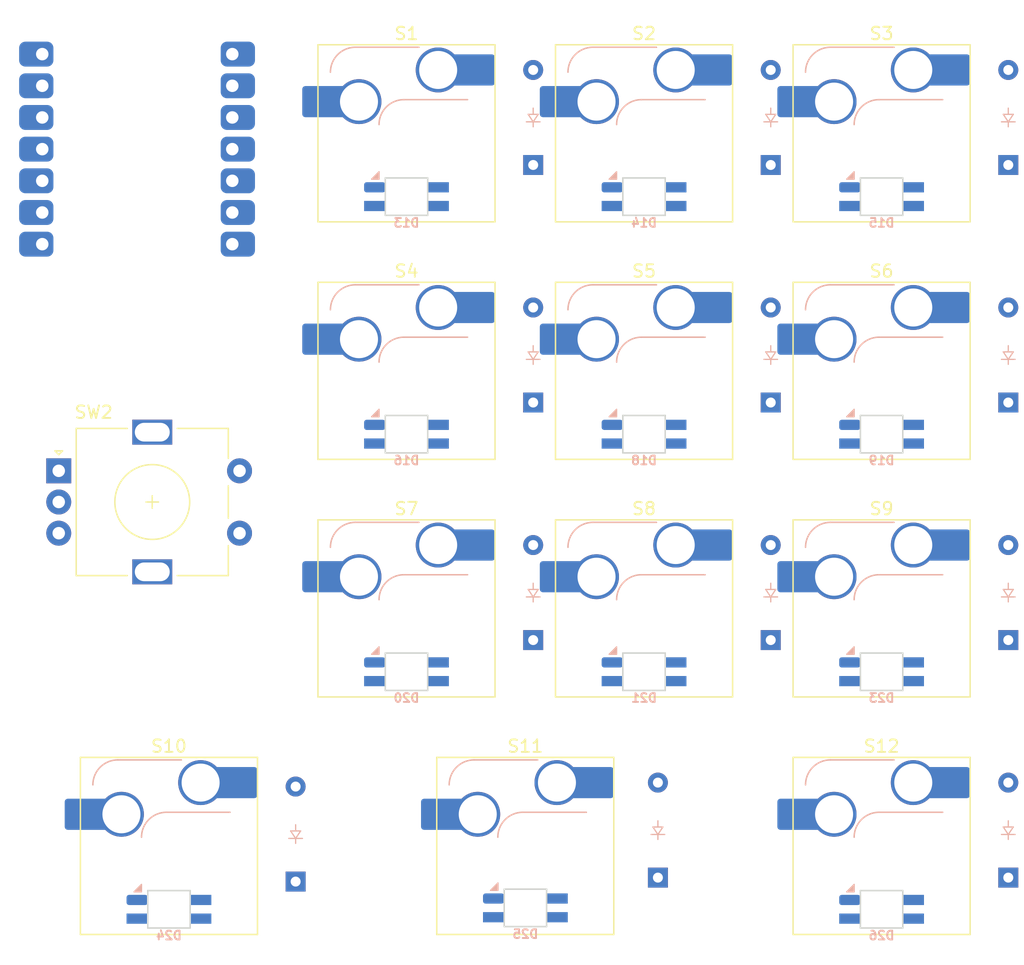
<source format=kicad_pcb>
(kicad_pcb (version 20240108) (generator "pcbnew") (generator_version "8.0")
  (layers (0 "F.Cu" signal) (31 "B.Cu" signal) (34 "B.Paste" user) (35 "F.Paste" user) (36 "B.SilkS" user "B.Silkscreen") (37 "F.SilkS" user "F.Silkscreen") (38 "B.Mask" user) (39 "F.Mask" user) (44 "Edge.Cuts" user))
  (net 0 "")
  (net 1 "Net-(D1-A)")
  (net 2 "Row 0")
  (net 3 "Net-(D2-A)")
  (net 4 "Net-(D3-A)")
  (net 5 "Net-(D4-A)")
  (net 6 "Row 1")
  (net 7 "Net-(D5-A)")
  (net 8 "Net-(D6-A)")
  (net 9 "Row 2")
  (net 10 "Net-(D7-A)")
  (net 11 "Net-(D8-A)")
  (net 12 "Net-(D9-A)")
  (net 13 "Col 0")
  (net 14 "Col 1")
  (net 15 "Row 3")
  (net 16 "Col 2")
  (net 18 "Net-(D10-A)")
  (net 19 "Net-(D11-A)")
  (net 20 "Net-(D12-A)")
  (net 22 "EC11A")
  (net 23 "EC11B")
  (net 24 "EC11SW")
  (net 25 "RGB")
  (net 26 "GND")
  (net 27 "+5V")
  (net 28 "Net-(D13-DOUT)")
  (net 29 "Net-(D14-DOUT)")
  (net 30 "Net-(D15-DOUT)")
  (net 31 "Net-(D16-DOUT)")
  (net 32 "Net-(D18-DOUT)")
  (net 33 "Net-(D19-DOUT)")
  (net 34 "Net-(D20-DOUT)")
  (net 35 "Net-(D21-DOUT)")
  (net 36 "Net-(D23-DOUT)")
  (net 37 "Net-(D24-DOUT)")
  (net 38 "Net-(D25-DOUT)")
  (footprint "ScottoKeebs_Hotswap:Hotswap_MX_Plated_1.00u" (layer "F.Cu") (at 179.9525 86.02625)
    (property "Reference" "S9" (at 0 -8 0) (layer "F.SilkS"))
    (property "Value" "Keyswitch")
    (pad "" np_thru_hole circle (at -5.08 0) (size 1.75 1.75) (drill 1.75) (layers "F&B.Cu" "*.Mask") (clearance 0.1))
    (pad "" np_thru_hole circle (at 0 0) (size 4 4) (drill 4) (layers "*.Cu" "*.Mask"))
    (pad "" np_thru_hole circle (at 5.08 0) (size 1.75 1.75) (drill 1.75) (layers "*.Cu" "*.Mask"))
    (pad "1" smd roundrect (at -6.585 -2.54) (size 3.55 2.5) (layers "B.Cu") (roundrect_rratio 0.1) (net 16 "Col 2"))
    (pad "1" thru_hole circle (at -3.81 -2.54) (size 3.6 3.6) (drill 3.05) (layers "*.Cu" "*.Mask") (net 16 "Col 2"))
    (pad "2" thru_hole circle (at 2.54 -5.08) (size 3.6 3.6) (drill 3.05) (layers "*.Cu" "*.Mask") (net 12 "Net-(D9-A)"))
    (pad "2" smd roundrect (at 5.32 -5.08) (size 3.55 2.5) (layers "B.Cu") (roundrect_rratio 0.1) (net 12 "Net-(D9-A)"))
  )
  (footprint "ScottoKeebs_Components:LED_SK6812MINI" (layer "F.Cu") (at 160.9025 91.10625)
    (property "Reference" "D21" (at 0 2.1 0) (layer "B.SilkS") (effects (font (size 0.7 0.7)) (justify mirror)))
    (property "Value" "LED_WS2812B" (hide yes))
    (fp_line (start -1.7 -1.5) (end -1.7 1.5) (stroke (width 0.12)) (layer "Edge.Cuts"))
    (fp_line (start -1.7 1.5) (end 1.7 1.5) (stroke (width 0.12)) (layer "Edge.Cuts"))
    (fp_line (start 1.7 -1.5) (end -1.7 -1.5) (stroke (width 0.12)) (layer "Edge.Cuts"))
    (fp_line (start 1.7 1.5) (end 1.7 -1.5) (stroke (width 0.12)) (layer "Edge.Cuts"))
    (pad "1" smd rect (at 2.55 0.75) (size 1.7 0.82) (layers "B.Cu" "B.Paste" "B.Mask") (net 27 "+5V"))
    (pad "2" smd rect (at 2.55 -0.75) (size 1.7 0.82) (layers "B.Cu" "B.Paste" "B.Mask") (net 35 "Net-(D21-DOUT)"))
    (pad "3" smd roundrect (at -2.55 -0.75) (size 1.7 0.82) (layers "B.Cu" "B.Paste" "B.Mask") (net 26 "GND"))
    (pad "4" smd rect (at -2.55 0.75) (size 1.7 0.82) (layers "B.Cu" "B.Paste" "B.Mask") (net 34 "Net-(D20-DOUT)"))
  )
  (footprint "Rotary_Encoder:RotaryEncoder_Alps_EC11E-Switch_Vertical_H20mm" (layer "F.Cu") (at 113.965 74.99375)
    (property "Reference" "SW2" (at 2.8 -4.7 0) (layer "F.SilkS"))
    (property "Value" "RotaryEncoder_Switch")
    (pad "A" thru_hole rect (at 0 0) (size 2 2) (drill 1) (layers "*.Cu" "*.Mask") (net 22 "EC11A"))
    (pad "B" thru_hole circle (at 0 5) (size 2 2) (drill 1) (layers "*.Cu" "*.Mask") (net 23 "EC11B"))
    (pad "C" thru_hole circle (at 0 2.5) (size 2 2) (drill 1) (layers "*.Cu" "*.Mask") (net 26 "GND"))
    (pad "MP" thru_hole rect (at 7.5 -3.1) (size 3.2 2) (drill oval 2.8 1.5) (layers "*.Cu" "*.Mask"))
    (pad "MP" thru_hole rect (at 7.5 8.1) (size 3.2 2) (drill oval 2.8 1.5) (layers "*.Cu" "*.Mask"))
    (pad "S1" thru_hole circle (at 14.5 5) (size 2 2) (drill 1) (layers "*.Cu" "*.Mask") (net 26 "GND"))
    (pad "S2" thru_hole circle (at 14.5 0) (size 2 2) (drill 1) (layers "*.Cu" "*.Mask") (net 24 "EC11SW"))
  )
  (footprint "ScottoKeebs_Components:LED_SK6812MINI" (layer "F.Cu") (at 141.8525 72.05625)
    (property "Reference" "D16" (at 0 2.1 0) (layer "B.SilkS") (effects (font (size 0.7 0.7)) (justify mirror)))
    (property "Value" "LED_WS2812B" (hide yes))
    (fp_line (start -1.7 -1.5) (end -1.7 1.5) (stroke (width 0.12)) (layer "Edge.Cuts"))
    (fp_line (start -1.7 1.5) (end 1.7 1.5) (stroke (width 0.12)) (layer "Edge.Cuts"))
    (fp_line (start 1.7 -1.5) (end -1.7 -1.5) (stroke (width 0.12)) (layer "Edge.Cuts"))
    (fp_line (start 1.7 1.5) (end 1.7 -1.5) (stroke (width 0.12)) (layer "Edge.Cuts"))
    (pad "1" smd rect (at 2.55 0.75) (size 1.7 0.82) (layers "B.Cu" "B.Paste" "B.Mask") (net 27 "+5V"))
    (pad "2" smd rect (at 2.55 -0.75) (size 1.7 0.82) (layers "B.Cu" "B.Paste" "B.Mask") (net 31 "Net-(D16-DOUT)"))
    (pad "3" smd roundrect (at -2.55 -0.75) (size 1.7 0.82) (layers "B.Cu" "B.Paste" "B.Mask") (net 26 "GND"))
    (pad "4" smd rect (at -2.55 0.75) (size 1.7 0.82) (layers "B.Cu" "B.Paste" "B.Mask") (net 30 "Net-(D15-DOUT)"))
  )
  (footprint "ScottoKeebs_Hotswap:Hotswap_MX_Plated_1.00u" (layer "F.Cu") (at 160.9025 47.92625)
    (property "Reference" "S2" (at 0 -8 0) (layer "F.SilkS"))
    (property "Value" "Keyswitch")
    (pad "" np_thru_hole circle (at -5.08 0) (size 1.75 1.75) (drill 1.75) (layers "F&B.Cu" "*.Mask") (clearance 0.1))
    (pad "" np_thru_hole circle (at 0 0) (size 4 4) (drill 4) (layers "*.Cu" "*.Mask"))
    (pad "" np_thru_hole circle (at 5.08 0) (size 1.75 1.75) (drill 1.75) (layers "*.Cu" "*.Mask"))
    (pad "1" smd roundrect (at -6.585 -2.54) (size 3.55 2.5) (layers "B.Cu") (roundrect_rratio 0.1) (net 14 "Col 1"))
    (pad "1" thru_hole circle (at -3.81 -2.54) (size 3.6 3.6) (drill 3.05) (layers "*.Cu" "*.Mask") (net 14 "Col 1"))
    (pad "2" thru_hole circle (at 2.54 -5.08) (size 3.6 3.6) (drill 3.05) (layers "*.Cu" "*.Mask") (net 3 "Net-(D2-A)"))
    (pad "2" smd roundrect (at 5.32 -5.08) (size 3.55 2.5) (layers "B.Cu") (roundrect_rratio 0.1) (net 3 "Net-(D2-A)"))
  )
  (footprint "ScottoKeebs_Components:LED_SK6812MINI" (layer "F.Cu") (at 160.9025 53.00625)
    (property "Reference" "D14" (at 0 2.1 0) (layer "B.SilkS") (effects (font (size 0.7 0.7)) (justify mirror)))
    (property "Value" "LED_WS2812B" (hide yes))
    (fp_line (start -1.7 -1.5) (end -1.7 1.5) (stroke (width 0.12)) (layer "Edge.Cuts"))
    (fp_line (start -1.7 1.5) (end 1.7 1.5) (stroke (width 0.12)) (layer "Edge.Cuts"))
    (fp_line (start 1.7 -1.5) (end -1.7 -1.5) (stroke (width 0.12)) (layer "Edge.Cuts"))
    (fp_line (start 1.7 1.5) (end 1.7 -1.5) (stroke (width 0.12)) (layer "Edge.Cuts"))
    (pad "1" smd rect (at 2.55 0.75) (size 1.7 0.82) (layers "B.Cu" "B.Paste" "B.Mask") (net 27 "+5V"))
    (pad "2" smd rect (at 2.55 -0.75) (size 1.7 0.82) (layers "B.Cu" "B.Paste" "B.Mask") (net 29 "Net-(D14-DOUT)"))
    (pad "3" smd roundrect (at -2.55 -0.75) (size 1.7 0.82) (layers "B.Cu" "B.Paste" "B.Mask") (net 26 "GND"))
    (pad "4" smd rect (at -2.55 0.75) (size 1.7 0.82) (layers "B.Cu" "B.Paste" "B.Mask") (net 28 "Net-(D13-DOUT)"))
  )
  (footprint "ScottoKeebs_Components:LED_SK6812MINI" (layer "F.Cu") (at 179.9525 72.05625)
    (property "Reference" "D19" (at 0 2.1 0) (layer "B.SilkS") (effects (font (size 0.7 0.7)) (justify mirror)))
    (property "Value" "LED_WS2812B" (hide yes))
    (fp_line (start -1.7 -1.5) (end -1.7 1.5) (stroke (width 0.12)) (layer "Edge.Cuts"))
    (fp_line (start -1.7 1.5) (end 1.7 1.5) (stroke (width 0.12)) (layer "Edge.Cuts"))
    (fp_line (start 1.7 -1.5) (end -1.7 -1.5) (stroke (width 0.12)) (layer "Edge.Cuts"))
    (fp_line (start 1.7 1.5) (end 1.7 -1.5) (stroke (width 0.12)) (layer "Edge.Cuts"))
    (pad "1" smd rect (at 2.55 0.75) (size 1.7 0.82) (layers "B.Cu" "B.Paste" "B.Mask") (net 27 "+5V"))
    (pad "2" smd rect (at 2.55 -0.75) (size 1.7 0.82) (layers "B.Cu" "B.Paste" "B.Mask") (net 33 "Net-(D19-DOUT)"))
    (pad "3" smd roundrect (at -2.55 -0.75) (size 1.7 0.82) (layers "B.Cu" "B.Paste" "B.Mask") (net 26 "GND"))
    (pad "4" smd rect (at -2.55 0.75) (size 1.7 0.82) (layers "B.Cu" "B.Paste" "B.Mask") (net 32 "Net-(D18-DOUT)"))
  )
  (footprint "ScottoKeebs_Hotswap:Hotswap_MX_Plated_1.00u" (layer "F.Cu") (at 141.8525 66.97625)
    (property "Reference" "S4" (at 0 -8 0) (layer "F.SilkS"))
    (property "Value" "Keyswitch")
    (pad "" np_thru_hole circle (at -5.08 0) (size 1.75 1.75) (drill 1.75) (layers "F&B.Cu" "*.Mask") (clearance 0.1))
    (pad "" np_thru_hole circle (at 0 0) (size 4 4) (drill 4) (layers "*.Cu" "*.Mask"))
    (pad "" np_thru_hole circle (at 5.08 0) (size 1.75 1.75) (drill 1.75) (layers "*.Cu" "*.Mask"))
    (pad "1" smd roundrect (at -6.585 -2.54) (size 3.55 2.5) (layers "B.Cu") (roundrect_rratio 0.1) (net 13 "Col 0"))
    (pad "1" thru_hole circle (at -3.81 -2.54) (size 3.6 3.6) (drill 3.05) (layers "*.Cu" "*.Mask") (net 13 "Col 0"))
    (pad "2" thru_hole circle (at 2.54 -5.08) (size 3.6 3.6) (drill 3.05) (layers "*.Cu" "*.Mask") (net 5 "Net-(D4-A)"))
    (pad "2" smd roundrect (at 5.32 -5.08) (size 3.55 2.5) (layers "B.Cu") (roundrect_rratio 0.1) (net 5 "Net-(D4-A)"))
  )
  (footprint "ScottoKeebs_Components:LED_SK6812MINI" (layer "F.Cu") (at 179.9525 110.15625)
    (property "Reference" "D26" (at 0 2.1 0) (layer "B.SilkS") (effects (font (size 0.7 0.7)) (justify mirror)))
    (property "Value" "LED_WS2812B" (hide yes))
    (fp_line (start -1.7 -1.5) (end -1.7 1.5) (stroke (width 0.12)) (layer "Edge.Cuts"))
    (fp_line (start -1.7 1.5) (end 1.7 1.5) (stroke (width 0.12)) (layer "Edge.Cuts"))
    (fp_line (start 1.7 -1.5) (end -1.7 -1.5) (stroke (width 0.12)) (layer "Edge.Cuts"))
    (fp_line (start 1.7 1.5) (end 1.7 -1.5) (stroke (width 0.12)) (layer "Edge.Cuts"))
    (pad "1" smd rect (at 2.55 0.75) (size 1.7 0.82) (layers "B.Cu" "B.Paste" "B.Mask") (net 27 "+5V"))
    (pad "2" smd rect (at 2.55 -0.75) (size 1.7 0.82) (layers "B.Cu" "B.Paste" "B.Mask"))
    (pad "3" smd roundrect (at -2.55 -0.75) (size 1.7 0.82) (layers "B.Cu" "B.Paste" "B.Mask") (net 26 "GND"))
    (pad "4" smd rect (at -2.55 0.75) (size 1.7 0.82) (layers "B.Cu" "B.Paste" "B.Mask") (net 38 "Net-(D25-DOUT)"))
  )
  (footprint "ScottoKeebs_Components:LED_SK6812MINI" (layer "F.Cu") (at 179.9525 53.00625)
    (property "Reference" "D15" (at 0 2.1 0) (layer "B.SilkS") (effects (font (size 0.7 0.7)) (justify mirror)))
    (property "Value" "LED_WS2812B" (hide yes))
    (fp_line (start -1.7 -1.5) (end -1.7 1.5) (stroke (width 0.12)) (layer "Edge.Cuts"))
    (fp_line (start -1.7 1.5) (end 1.7 1.5) (stroke (width 0.12)) (layer "Edge.Cuts"))
    (fp_line (start 1.7 -1.5) (end -1.7 -1.5) (stroke (width 0.12)) (layer "Edge.Cuts"))
    (fp_line (start 1.7 1.5) (end 1.7 -1.5) (stroke (width 0.12)) (layer "Edge.Cuts"))
    (pad "1" smd rect (at 2.55 0.75) (size 1.7 0.82) (layers "B.Cu" "B.Paste" "B.Mask") (net 27 "+5V"))
    (pad "2" smd rect (at 2.55 -0.75) (size 1.7 0.82) (layers "B.Cu" "B.Paste" "B.Mask") (net 30 "Net-(D15-DOUT)"))
    (pad "3" smd roundrect (at -2.55 -0.75) (size 1.7 0.82) (layers "B.Cu" "B.Paste" "B.Mask") (net 26 "GND"))
    (pad "4" smd rect (at -2.55 0.75) (size 1.7 0.82) (layers "B.Cu" "B.Paste" "B.Mask") (net 29 "Net-(D14-DOUT)"))
  )
  (footprint "ScottoKeebs_Hotswap:Hotswap_MX_Plated_2.00u" (layer "F.Cu") (at 151.3775 105.07625)
    (property "Reference" "S11" (at 0 -8 0) (layer "F.SilkS"))
    (property "Value" "Keyswitch")
    (pad "" np_thru_hole circle (at -5.08 0) (size 1.75 1.75) (drill 1.75) (layers "F&B.Cu" "*.Mask") (clearance 0.1))
    (pad "" np_thru_hole circle (at 0 0) (size 4 4) (drill 4) (layers "*.Cu" "*.Mask"))
    (pad "" np_thru_hole circle (at 5.08 0) (size 1.75 1.75) (drill 1.75) (layers "*.Cu" "*.Mask"))
    (pad "1" smd roundrect (at -6.585 -2.54) (size 3.55 2.5) (layers "B.Cu") (roundrect_rratio 0.1) (net 14 "Col 1"))
    (pad "1" thru_hole circle (at -3.81 -2.54) (size 3.6 3.6) (drill 3.05) (layers "*.Cu" "*.Mask") (net 14 "Col 1"))
    (pad "2" thru_hole circle (at 2.54 -5.08) (size 3.6 3.6) (drill 3.05) (layers "*.Cu" "*.Mask") (net 19 "Net-(D11-A)"))
    (pad "2" smd roundrect (at 5.32 -5.08) (size 3.55 2.5) (layers "B.Cu") (roundrect_rratio 0.1) (net 19 "Net-(D11-A)"))
  )
  (footprint "ScottoKeebs_Hotswap:Hotswap_MX_Plated_1.00u" (layer "F.Cu") (at 141.8525 47.92625)
    (property "Reference" "S1" (at 0 -8 0) (layer "F.SilkS"))
    (property "Value" "Keyswitch")
    (pad "" np_thru_hole circle (at -5.08 0) (size 1.75 1.75) (drill 1.75) (layers "F&B.Cu" "*.Mask") (clearance 0.1))
    (pad "" np_thru_hole circle (at 0 0) (size 4 4) (drill 4) (layers "*.Cu" "*.Mask"))
    (pad "" np_thru_hole circle (at 5.08 0) (size 1.75 1.75) (drill 1.75) (layers "*.Cu" "*.Mask"))
    (pad "1" smd roundrect (at -6.585 -2.54) (size 3.55 2.5) (layers "B.Cu") (roundrect_rratio 0.1) (net 13 "Col 0"))
    (pad "1" thru_hole circle (at -3.81 -2.54) (size 3.6 3.6) (drill 3.05) (layers "*.Cu" "*.Mask") (net 13 "Col 0"))
    (pad "2" thru_hole circle (at 2.54 -5.08) (size 3.6 3.6) (drill 3.05) (layers "*.Cu" "*.Mask") (net 1 "Net-(D1-A)"))
    (pad "2" smd roundrect (at 5.32 -5.08) (size 3.55 2.5) (layers "B.Cu") (roundrect_rratio 0.1) (net 1 "Net-(D1-A)"))
  )
  (footprint "ScottoKeebs_Components:LED_SK6812MINI" (layer "F.Cu") (at 151.3875 110.04125)
    (property "Reference" "D25" (at 0 2.1 0) (layer "B.SilkS") (effects (font (size 0.7 0.7)) (justify mirror)))
    (property "Value" "LED_WS2812B" (hide yes))
    (fp_line (start -1.7 -1.5) (end -1.7 1.5) (stroke (width 0.12)) (layer "Edge.Cuts"))
    (fp_line (start -1.7 1.5) (end 1.7 1.5) (stroke (width 0.12)) (layer "Edge.Cuts"))
    (fp_line (start 1.7 -1.5) (end -1.7 -1.5) (stroke (width 0.12)) (layer "Edge.Cuts"))
    (fp_line (start 1.7 1.5) (end 1.7 -1.5) (stroke (width 0.12)) (layer "Edge.Cuts"))
    (pad "1" smd rect (at 2.55 0.75) (size 1.7 0.82) (layers "B.Cu" "B.Paste" "B.Mask") (net 27 "+5V"))
    (pad "2" smd rect (at 2.55 -0.75) (size 1.7 0.82) (layers "B.Cu" "B.Paste" "B.Mask") (net 38 "Net-(D25-DOUT)"))
    (pad "3" smd roundrect (at -2.55 -0.75) (size 1.7 0.82) (layers "B.Cu" "B.Paste" "B.Mask") (net 26 "GND"))
    (pad "4" smd rect (at -2.55 0.75) (size 1.7 0.82) (layers "B.Cu" "B.Paste" "B.Mask") (net 37 "Net-(D24-DOUT)"))
  )
  (footprint "ScottoKeebs_Components:LED_SK6812MINI" (layer "F.Cu") (at 122.8025 110.15625)
    (property "Reference" "D24" (at 0 2.1 0) (layer "B.SilkS") (effects (font (size 0.7 0.7)) (justify mirror)))
    (property "Value" "LED_WS2812B" (hide yes))
    (fp_line (start -1.7 -1.5) (end -1.7 1.5) (stroke (width 0.12)) (layer "Edge.Cuts"))
    (fp_line (start -1.7 1.5) (end 1.7 1.5) (stroke (width 0.12)) (layer "Edge.Cuts"))
    (fp_line (start 1.7 -1.5) (end -1.7 -1.5) (stroke (width 0.12)) (layer "Edge.Cuts"))
    (fp_line (start 1.7 1.5) (end 1.7 -1.5) (stroke (width 0.12)) (layer "Edge.Cuts"))
    (pad "1" smd rect (at 2.55 0.75) (size 1.7 0.82) (layers "B.Cu" "B.Paste" "B.Mask") (net 27 "+5V"))
    (pad "2" smd rect (at 2.55 -0.75) (size 1.7 0.82) (layers "B.Cu" "B.Paste" "B.Mask") (net 37 "Net-(D24-DOUT)"))
    (pad "3" smd roundrect (at -2.55 -0.75) (size 1.7 0.82) (layers "B.Cu" "B.Paste" "B.Mask") (net 26 "GND"))
    (pad "4" smd rect (at -2.55 0.75) (size 1.7 0.82) (layers "B.Cu" "B.Paste" "B.Mask") (net 36 "Net-(D23-DOUT)"))
  )
  (footprint "ScottoKeebs_Components:LED_SK6812MINI" (layer "F.Cu") (at 179.9525 91.10625)
    (property "Reference" "D23" (at 0 2.1 0) (layer "B.SilkS") (effects (font (size 0.7 0.7)) (justify mirror)))
    (property "Value" "LED_WS2812B" (hide yes))
    (fp_line (start -1.7 -1.5) (end -1.7 1.5) (stroke (width 0.12)) (layer "Edge.Cuts"))
    (fp_line (start -1.7 1.5) (end 1.7 1.5) (stroke (width 0.12)) (layer "Edge.Cuts"))
    (fp_line (start 1.7 -1.5) (end -1.7 -1.5) (stroke (width 0.12)) (layer "Edge.Cuts"))
    (fp_line (start 1.7 1.5) (end 1.7 -1.5) (stroke (width 0.12)) (layer "Edge.Cuts"))
    (pad "1" smd rect (at 2.55 0.75) (size 1.7 0.82) (layers "B.Cu" "B.Paste" "B.Mask") (net 27 "+5V"))
    (pad "2" smd rect (at 2.55 -0.75) (size 1.7 0.82) (layers "B.Cu" "B.Paste" "B.Mask") (net 36 "Net-(D23-DOUT)"))
    (pad "3" smd roundrect (at -2.55 -0.75) (size 1.7 0.82) (layers "B.Cu" "B.Paste" "B.Mask") (net 26 "GND"))
    (pad "4" smd rect (at -2.55 0.75) (size 1.7 0.82) (layers "B.Cu" "B.Paste" "B.Mask") (net 35 "Net-(D21-DOUT)"))
  )
  (footprint "ScottoKeebs_Hotswap:Hotswap_MX_Plated_1.00u" (layer "F.Cu") (at 160.9025 86.02625)
    (property "Reference" "S8" (at 0 -8 0) (layer "F.SilkS"))
    (property "Value" "Keyswitch")
    (pad "" np_thru_hole circle (at -5.08 0) (size 1.75 1.75) (drill 1.75) (layers "F&B.Cu" "*.Mask") (clearance 0.1))
    (pad "" np_thru_hole circle (at 0 0) (size 4 4) (drill 4) (layers "*.Cu" "*.Mask"))
    (pad "" np_thru_hole circle (at 5.08 0) (size 1.75 1.75) (drill 1.75) (layers "*.Cu" "*.Mask"))
    (pad "1" smd roundrect (at -6.585 -2.54) (size 3.55 2.5) (layers "B.Cu") (roundrect_rratio 0.1) (net 14 "Col 1"))
    (pad "1" thru_hole circle (at -3.81 -2.54) (size 3.6 3.6) (drill 3.05) (layers "*.Cu" "*.Mask") (net 14 "Col 1"))
    (pad "2" thru_hole circle (at 2.54 -5.08) (size 3.6 3.6) (drill 3.05) (layers "*.Cu" "*.Mask") (net 11 "Net-(D8-A)"))
    (pad "2" smd roundrect (at 5.32 -5.08) (size 3.55 2.5) (layers "B.Cu") (roundrect_rratio 0.1) (net 11 "Net-(D8-A)"))
  )
  (footprint "ScottoKeebs_Components:LED_SK6812MINI" (layer "F.Cu") (at 141.8525 53.00625)
    (property "Reference" "D13" (at 0 2.1 0) (layer "B.SilkS") (effects (font (size 0.7 0.7)) (justify mirror)))
    (property "Value" "LED_WS2812B" (hide yes))
    (fp_line (start -1.7 -1.5) (end -1.7 1.5) (stroke (width 0.12)) (layer "Edge.Cuts"))
    (fp_line (start -1.7 1.5) (end 1.7 1.5) (stroke (width 0.12)) (layer "Edge.Cuts"))
    (fp_line (start 1.7 -1.5) (end -1.7 -1.5) (stroke (width 0.12)) (layer "Edge.Cuts"))
    (fp_line (start 1.7 1.5) (end 1.7 -1.5) (stroke (width 0.12)) (layer "Edge.Cuts"))
    (pad "1" smd rect (at 2.55 0.75) (size 1.7 0.82) (layers "B.Cu" "B.Paste" "B.Mask") (net 27 "+5V"))
    (pad "2" smd rect (at 2.55 -0.75) (size 1.7 0.82) (layers "B.Cu" "B.Paste" "B.Mask") (net 28 "Net-(D13-DOUT)"))
    (pad "3" smd roundrect (at -2.55 -0.75) (size 1.7 0.82) (layers "B.Cu" "B.Paste" "B.Mask") (net 26 "GND"))
    (pad "4" smd rect (at -2.55 0.75) (size 1.7 0.82) (layers "B.Cu" "B.Paste" "B.Mask") (net 25 "RGB"))
  )
  (footprint "ScottoKeebs_Components:LED_SK6812MINI" (layer "F.Cu") (at 141.8525 91.10625)
    (property "Reference" "D20" (at 0 2.1 0) (layer "B.SilkS") (effects (font (size 0.7 0.7)) (justify mirror)))
    (property "Value" "LED_WS2812B" (hide yes))
    (fp_line (start -1.7 -1.5) (end -1.7 1.5) (stroke (width 0.12)) (layer "Edge.Cuts"))
    (fp_line (start -1.7 1.5) (end 1.7 1.5) (stroke (width 0.12)) (layer "Edge.Cuts"))
    (fp_line (start 1.7 -1.5) (end -1.7 -1.5) (stroke (width 0.12)) (layer "Edge.Cuts"))
    (fp_line (start 1.7 1.5) (end 1.7 -1.5) (stroke (width 0.12)) (layer "Edge.Cuts"))
    (pad "1" smd rect (at 2.55 0.75) (size 1.7 0.82) (layers "B.Cu" "B.Paste" "B.Mask") (net 27 "+5V"))
    (pad "2" smd rect (at 2.55 -0.75) (size 1.7 0.82) (layers "B.Cu" "B.Paste" "B.Mask") (net 34 "Net-(D20-DOUT)"))
    (pad "3" smd roundrect (at -2.55 -0.75) (size 1.7 0.82) (layers "B.Cu" "B.Paste" "B.Mask") (net 26 "GND"))
    (pad "4" smd rect (at -2.55 0.75) (size 1.7 0.82) (layers "B.Cu" "B.Paste" "B.Mask") (net 33 "Net-(D19-DOUT)"))
  )
  (footprint "ScottoKeebs_Hotswap:Hotswap_MX_Plated_1.00u" (layer "F.Cu") (at 160.9025 66.97625)
    (property "Reference" "S5" (at 0 -8 0) (layer "F.SilkS"))
    (property "Value" "Keyswitch")
    (pad "" np_thru_hole circle (at -5.08 0) (size 1.75 1.75) (drill 1.75) (layers "F&B.Cu" "*.Mask") (clearance 0.1))
    (pad "" np_thru_hole circle (at 0 0) (size 4 4) (drill 4) (layers "*.Cu" "*.Mask"))
    (pad "" np_thru_hole circle (at 5.08 0) (size 1.75 1.75) (drill 1.75) (layers "*.Cu" "*.Mask"))
    (pad "1" smd roundrect (at -6.585 -2.54) (size 3.55 2.5) (layers "B.Cu") (roundrect_rratio 0.1) (net 14 "Col 1"))
    (pad "1" thru_hole circle (at -3.81 -2.54) (size 3.6 3.6) (drill 3.05) (layers "*.Cu" "*.Mask") (net 14 "Col 1"))
    (pad "2" thru_hole circle (at 2.54 -5.08) (size 3.6 3.6) (drill 3.05) (layers "*.Cu" "*.Mask") (net 7 "Net-(D5-A)"))
    (pad "2" smd roundrect (at 5.32 -5.08) (size 3.55 2.5) (layers "B.Cu") (roundrect_rratio 0.1) (net 7 "Net-(D5-A)"))
  )
  (footprint "ScottoKeebs_Components:LED_SK6812MINI" (layer "F.Cu") (at 160.9025 72.05625)
    (property "Reference" "D18" (at 0 2.1 0) (layer "B.SilkS") (effects (font (size 0.7 0.7)) (justify mirror)))
    (property "Value" "LED_WS2812B" (hide yes))
    (fp_line (start -1.7 -1.5) (end -1.7 1.5) (stroke (width 0.12)) (layer "Edge.Cuts"))
    (fp_line (start -1.7 1.5) (end 1.7 1.5) (stroke (width 0.12)) (layer "Edge.Cuts"))
    (fp_line (start 1.7 -1.5) (end -1.7 -1.5) (stroke (width 0.12)) (layer "Edge.Cuts"))
    (fp_line (start 1.7 1.5) (end 1.7 -1.5) (stroke (width 0.12)) (layer "Edge.Cuts"))
    (pad "1" smd rect (at 2.55 0.75) (size 1.7 0.82) (layers "B.Cu" "B.Paste" "B.Mask") (net 27 "+5V"))
    (pad "2" smd rect (at 2.55 -0.75) (size 1.7 0.82) (layers "B.Cu" "B.Paste" "B.Mask") (net 32 "Net-(D18-DOUT)"))
    (pad "3" smd roundrect (at -2.55 -0.75) (size 1.7 0.82) (layers "B.Cu" "B.Paste" "B.Mask") (net 26 "GND"))
    (pad "4" smd rect (at -2.55 0.75) (size 1.7 0.82) (layers "B.Cu" "B.Paste" "B.Mask") (net 31 "Net-(D16-DOUT)"))
  )
  (footprint "ScottoKeebs_Hotswap:Hotswap_MX_Plated_1.00u" (layer "F.Cu") (at 179.9525 105.07625)
    (property "Reference" "S12" (at 0 -8 0) (layer "F.SilkS"))
    (property "Value" "Keyswitch")
    (pad "" np_thru_hole circle (at -5.08 0) (size 1.75 1.75) (drill 1.75) (layers "F&B.Cu" "*.Mask") (clearance 0.1))
    (pad "" np_thru_hole circle (at 0 0) (size 4 4) (drill 4) (layers "*.Cu" "*.Mask"))
    (pad "" np_thru_hole circle (at 5.08 0) (size 1.75 1.75) (drill 1.75) (layers "*.Cu" "*.Mask"))
    (pad "1" smd roundrect (at -6.585 -2.54) (size 3.55 2.5) (layers "B.Cu") (roundrect_rratio 0.1) (net 16 "Col 2"))
    (pad "1" thru_hole circle (at -3.81 -2.54) (size 3.6 3.6) (drill 3.05) (layers "*.Cu" "*.Mask") (net 16 "Col 2"))
    (pad "2" thru_hole circle (at 2.54 -5.08) (size 3.6 3.6) (drill 3.05) (layers "*.Cu" "*.Mask") (net 20 "Net-(D12-A)"))
    (pad "2" smd roundrect (at 5.32 -5.08) (size 3.55 2.5) (layers "B.Cu") (roundrect_rratio 0.1) (net 20 "Net-(D12-A)"))
  )
  (footprint "ScottoKeebs_Hotswap:Hotswap_MX_Plated_1.00u" (layer "F.Cu") (at 179.9525 66.97625)
    (property "Reference" "S6" (at 0 -8 0) (layer "F.SilkS"))
    (property "Value" "Keyswitch")
    (pad "" np_thru_hole circle (at -5.08 0) (size 1.75 1.75) (drill 1.75) (layers "F&B.Cu" "*.Mask") (clearance 0.1))
    (pad "" np_thru_hole circle (at 0 0) (size 4 4) (drill 4) (layers "*.Cu" "*.Mask"))
    (pad "" np_thru_hole circle (at 5.08 0) (size 1.75 1.75) (drill 1.75) (layers "*.Cu" "*.Mask"))
    (pad "1" smd roundrect (at -6.585 -2.54) (size 3.55 2.5) (layers "B.Cu") (roundrect_rratio 0.1) (net 16 "Col 2"))
    (pad "1" thru_hole circle (at -3.81 -2.54) (size 3.6 3.6) (drill 3.05) (layers "*.Cu" "*.Mask") (net 16 "Col 2"))
    (pad "2" thru_hole circle (at 2.54 -5.08) (size 3.6 3.6) (drill 3.05) (layers "*.Cu" "*.Mask") (net 8 "Net-(D6-A)"))
    (pad "2" smd roundrect (at 5.32 -5.08) (size 3.55 2.5) (layers "B.Cu") (roundrect_rratio 0.1) (net 8 "Net-(D6-A)"))
  )
  (footprint "ScottoKeebs_Hotswap:Hotswap_MX_Plated_1.00u" (layer "F.Cu") (at 141.8525 86.02625)
    (property "Reference" "S7" (at 0 -8 0) (layer "F.SilkS"))
    (property "Value" "Keyswitch")
    (pad "" np_thru_hole circle (at -5.08 0) (size 1.75 1.75) (drill 1.75) (layers "F&B.Cu" "*.Mask") (clearance 0.1))
    (pad "" np_thru_hole circle (at 0 0) (size 4 4) (drill 4) (layers "*.Cu" "*.Mask"))
    (pad "" np_thru_hole circle (at 5.08 0) (size 1.75 1.75) (drill 1.75) (layers "*.Cu" "*.Mask"))
    (pad "1" smd roundrect (at -6.585 -2.54) (size 3.55 2.5) (layers "B.Cu") (roundrect_rratio 0.1) (net 13 "Col 0"))
    (pad "1" thru_hole circle (at -3.81 -2.54) (size 3.6 3.6) (drill 3.05) (layers "*.Cu" "*.Mask") (net 13 "Col 0"))
    (pad "2" thru_hole circle (at 2.54 -5.08) (size 3.6 3.6) (drill 3.05) (layers "*.Cu" "*.Mask") (net 10 "Net-(D7-A)"))
    (pad "2" smd roundrect (at 5.32 -5.08) (size 3.55 2.5) (layers "B.Cu") (roundrect_rratio 0.1) (net 10 "Net-(D7-A)"))
  )
  (footprint "ScottoKeebs_Hotswap:Hotswap_MX_Plated_1.00u" (layer "F.Cu") (at 122.8025 105.07625)
    (property "Reference" "S10" (at 0 -8 0) (layer "F.SilkS"))
    (property "Value" "Keyswitch")
    (pad "" np_thru_hole circle (at -5.08 0) (size 1.75 1.75) (drill 1.75) (layers "F&B.Cu" "*.Mask") (clearance 0.1))
    (pad "" np_thru_hole circle (at 0 0) (size 4 4) (drill 4) (layers "*.Cu" "*.Mask"))
    (pad "" np_thru_hole circle (at 5.08 0) (size 1.75 1.75) (drill 1.75) (layers "*.Cu" "*.Mask"))
    (pad "1" smd roundrect (at -6.585 -2.54) (size 3.55 2.5) (layers "B.Cu") (roundrect_rratio 0.1) (net 13 "Col 0"))
    (pad "1" thru_hole circle (at -3.81 -2.54) (size 3.6 3.6) (drill 3.05) (layers "*.Cu" "*.Mask") (net 13 "Col 0"))
    (pad "2" thru_hole circle (at 2.54 -5.08) (size 3.6 3.6) (drill 3.05) (layers "*.Cu" "*.Mask") (net 18 "Net-(D10-A)"))
    (pad "2" smd roundrect (at 5.32 -5.08) (size 3.55 2.5) (layers "B.Cu") (roundrect_rratio 0.1) (net 18 "Net-(D10-A)"))
  )
  (footprint "ScottoKeebs_Hotswap:Hotswap_MX_Plated_1.00u" (layer "F.Cu") (at 179.9525 47.92625)
    (property "Reference" "S3" (at 0 -8 0) (layer "F.SilkS"))
    (property "Value" "Keyswitch")
    (pad "" np_thru_hole circle (at -5.08 0) (size 1.75 1.75) (drill 1.75) (layers "F&B.Cu" "*.Mask") (clearance 0.1))
    (pad "" np_thru_hole circle (at 0 0) (size 4 4) (drill 4) (layers "*.Cu" "*.Mask"))
    (pad "" np_thru_hole circle (at 5.08 0) (size 1.75 1.75) (drill 1.75) (layers "*.Cu" "*.Mask"))
    (pad "1" smd roundrect (at -6.585 -2.54) (size 3.55 2.5) (layers "B.Cu") (roundrect_rratio 0.1) (net 16 "Col 2"))
    (pad "1" thru_hole circle (at -3.81 -2.54) (size 3.6 3.6) (drill 3.05) (layers "*.Cu" "*.Mask") (net 16 "Col 2"))
    (pad "2" thru_hole circle (at 2.54 -5.08) (size 3.6 3.6) (drill 3.05) (layers "*.Cu" "*.Mask") (net 4 "Net-(D3-A)"))
    (pad "2" smd roundrect (at 5.32 -5.08) (size 3.55 2.5) (layers "B.Cu") (roundrect_rratio 0.1) (net 4 "Net-(D3-A)"))
  )
  (footprint "ScottoKeebs_Components:Diode_DO-35" (layer "B.Cu") (at 162.01375 107.61625 90)
    (property "Reference" "D11" (hide yes))
    (property "Value" "Diode" (hide yes))
    (pad "1" thru_hole rect (at 0 0 90) (size 1.6 1.6) (drill 0.8) (layers "*.Cu" "*.Mask") (net 15 "Row 3"))
    (pad "2" thru_hole oval (at 7.62 0 90) (size 1.6 1.6) (drill 0.8) (layers "*.Cu" "*.Mask") (net 19 "Net-(D11-A)"))
  )
  (footprint "ScottoKeebs_Components:Diode_DO-35" (layer "B.Cu") (at 152.0125 69.51625 90)
    (property "Reference" "D4" (hide yes))
    (property "Value" "Diode" (hide yes))
    (pad "1" thru_hole rect (at 0 0 90) (size 1.6 1.6) (drill 0.8) (layers "*.Cu" "*.Mask") (net 6 "Row 1"))
    (pad "2" thru_hole oval (at 7.62 0 90) (size 1.6 1.6) (drill 0.8) (layers "*.Cu" "*.Mask") (net 5 "Net-(D4-A)"))
  )
  (footprint "ScottoKeebs_Components:Diode_DO-35" (layer "B.Cu") (at 152.0125 88.56625 90)
    (property "Reference" "D7" (hide yes))
    (property "Value" "Diode" (hide yes))
    (pad "1" thru_hole rect (at 0 0 90) (size 1.6 1.6) (drill 0.8) (layers "*.Cu" "*.Mask") (net 9 "Row 2"))
    (pad "2" thru_hole oval (at 7.62 0 90) (size 1.6 1.6) (drill 0.8) (layers "*.Cu" "*.Mask") (net 10 "Net-(D7-A)"))
  )
  (footprint "ScottoKeebs_Components:Diode_DO-35" (layer "B.Cu") (at 132.9625 107.93375 90)
    (property "Reference" "D10" (hide yes))
    (property "Value" "Diode" (hide yes))
    (pad "1" thru_hole rect (at 0 0 90) (size 1.6 1.6) (drill 0.8) (layers "*.Cu" "*.Mask") (net 15 "Row 3"))
    (pad "2" thru_hole oval (at 7.62 0 90) (size 1.6 1.6) (drill 0.8) (layers "*.Cu" "*.Mask") (net 18 "Net-(D10-A)"))
  )
  (footprint "ScottoKeebs_MCU:Seeed_XIAO_RP2040" (layer "B.Cu") (at 120.2625 49.19625 180)
    (property "Reference" "U1" (hide yes))
    (property "Value" "MCU_Seeed_XIAO_RP2040")
    (pad "1" smd roundrect (at -8.065 7.62 180) (size 2.75 2) (layers "B.Cu" "B.Paste" "B.Mask") (net 2 "Row 0"))
    (pad "1" thru_hole rect (at -7.62 7.62 90) (size 1.6 1.6) (drill 1) (layers "*.Cu" "*.Mask") (net 2 "Row 0"))
    (pad "2" smd roundrect (at -8.065 5.08 180) (size 2.75 2) (layers "B.Cu" "B.Paste" "B.Mask") (net 6 "Row 1"))
    (pad "2" thru_hole circle (at -7.62 5.08 90) (size 1.6 1.6) (drill 1) (layers "*.Cu" "*.Mask") (net 6 "Row 1"))
    (pad "3" smd roundrect (at -8.065 2.54 180) (size 2.75 2) (layers "B.Cu" "B.Paste" "B.Mask") (net 9 "Row 2"))
    (pad "3" thru_hole circle (at -7.62 2.54 90) (size 1.6 1.6) (drill 1) (layers "*.Cu" "*.Mask") (net 9 "Row 2"))
    (pad "4" smd roundrect (at -8.065 0 180) (size 2.75 2) (layers "B.Cu" "B.Paste" "B.Mask") (net 15 "Row 3"))
    (pad "4" thru_hole circle (at -7.62 0 90) (size 1.6 1.6) (drill 1) (layers "*.Cu" "*.Mask") (net 15 "Row 3"))
    (pad "5" smd roundrect (at -8.065 -2.54 180) (size 2.75 2) (layers "B.Cu" "B.Paste" "B.Mask") (net 24 "EC11SW"))
    (pad "5" thru_hole circle (at -7.62 -2.54 90) (size 1.6 1.6) (drill 1) (layers "*.Cu" "*.Mask") (net 24 "EC11SW"))
    (pad "6" smd roundrect (at -8.065 -5.08 180) (size 2.75 2) (layers "B.Cu" "B.Paste" "B.Mask") (net 23 "EC11B"))
    (pad "6" thru_hole circle (at -7.62 -5.08 90) (size 1.6 1.6) (drill 1) (layers "*.Cu" "*.Mask") (net 23 "EC11B"))
    (pad "7" smd roundrect (at -8.065 -7.62 180) (size 2.75 2) (layers "B.Cu" "B.Paste" "B.Mask") (net 22 "EC11A"))
    (pad "7" thru_hole circle (at -7.62 -7.62 90) (size 1.6 1.6) (drill 1) (layers "*.Cu" "*.Mask") (net 22 "EC11A"))
    (pad "8" thru_hole circle (at 7.62 -7.62 90) (size 1.6 1.6) (drill 1) (layers "*.Cu" "*.Mask") (net 16 "Col 2"))
    (pad "8" smd roundrect (at 8.1 -7.62 180) (size 2.75 2) (layers "B.Cu" "B.Paste" "B.Mask") (net 16 "Col 2"))
    (pad "9" thru_hole circle (at 7.62 -5.08 90) (size 1.6 1.6) (drill 1) (layers "*.Cu" "*.Mask") (net 14 "Col 1"))
    (pad "9" smd roundrect (at 8.1 -5.08 180) (size 2.75 2) (layers "B.Cu" "B.Paste" "B.Mask") (net 14 "Col 1"))
    (pad "10" thru_hole circle (at 7.62 -2.54 90) (size 1.6 1.6) (drill 1) (layers "*.Cu" "*.Mask") (net 13 "Col 0"))
    (pad "10" smd roundrect (at 8.1 -2.54 180) (size 2.75 2) (layers "B.Cu" "B.Paste" "B.Mask") (net 13 "Col 0"))
    (pad "11" thru_hole circle (at 7.62 0 90) (size 1.6 1.6) (drill 1) (layers "*.Cu" "*.Mask") (net 25 "RGB"))
    (pad "11" smd roundrect (at 8.1 0 180) (size 2.75 2) (layers "B.Cu" "B.Paste" "B.Mask") (net 25 "RGB"))
    (pad "12" thru_hole circle (at 7.62 2.54 90) (size 1.6 1.6) (drill 1) (layers "*.Cu" "*.Mask"))
    (pad "12" smd roundrect (at 8.1 2.54 180) (size 2.75 2) (layers "B.Cu" "B.Paste" "B.Mask"))
    (pad "13" thru_hole circle (at 7.62 5.08 90) (size 1.6 1.6) (drill 1) (layers "*.Cu" "*.Mask") (net 26 "GND"))
    (pad "13" smd roundrect (at 8.1 5.08 180) (size 2.75 2) (layers "B.Cu" "B.Paste" "B.Mask") (net 26 "GND"))
    (pad "14" thru_hole circle (at 7.62 7.62 90) (size 1.6 1.6) (drill 1) (layers "*.Cu" "*.Mask") (net 27 "+5V"))
    (pad "14" smd roundrect (at 8.1 7.62 180) (size 2.75 2) (layers "B.Cu" "B.Paste" "B.Mask") (net 27 "+5V"))
  )
  (footprint "ScottoKeebs_Components:Diode_DO-35" (layer "B.Cu") (at 190.1125 69.51625 90)
    (property "Reference" "D6" (hide yes))
    (property "Value" "Diode" (hide yes))
    (pad "1" thru_hole rect (at 0 0 90) (size 1.6 1.6) (drill 0.8) (layers "*.Cu" "*.Mask") (net 6 "Row 1"))
    (pad "2" thru_hole oval (at 7.62 0 90) (size 1.6 1.6) (drill 0.8) (layers "*.Cu" "*.Mask") (net 8 "Net-(D6-A)"))
  )
  (footprint "ScottoKeebs_Components:Diode_DO-35" (layer "B.Cu") (at 171.0625 50.46625 90)
    (property "Reference" "D2" (hide yes))
    (property "Value" "Diode" (hide yes))
    (pad "1" thru_hole rect (at 0 0 90) (size 1.6 1.6) (drill 0.8) (layers "*.Cu" "*.Mask") (net 2 "Row 0"))
    (pad "2" thru_hole oval (at 7.62 0 90) (size 1.6 1.6) (drill 0.8) (layers "*.Cu" "*.Mask") (net 3 "Net-(D2-A)"))
  )
  (footprint "ScottoKeebs_Components:Diode_DO-35" (layer "B.Cu") (at 152.0125 50.46625 90)
    (property "Reference" "D1" (hide yes))
    (property "Value" "Diode" (hide yes))
    (pad "1" thru_hole rect (at 0 0 90) (size 1.6 1.6) (drill 0.8) (layers "*.Cu" "*.Mask") (net 2 "Row 0"))
    (pad "2" thru_hole oval (at 7.62 0 90) (size 1.6 1.6) (drill 0.8) (layers "*.Cu" "*.Mask") (net 1 "Net-(D1-A)"))
  )
  (footprint "ScottoKeebs_Components:Diode_DO-35" (layer "B.Cu") (at 190.1125 50.46625 90)
    (property "Reference" "D3" (hide yes))
    (property "Value" "Diode" (hide yes))
    (pad "1" thru_hole rect (at 0 0 90) (size 1.6 1.6) (drill 0.8) (layers "*.Cu" "*.Mask") (net 2 "Row 0"))
    (pad "2" thru_hole oval (at 7.62 0 90) (size 1.6 1.6) (drill 0.8) (layers "*.Cu" "*.Mask") (net 4 "Net-(D3-A)"))
  )
  (footprint "ScottoKeebs_Components:Diode_DO-35" (layer "B.Cu") (at 190.1125 107.61625 90)
    (property "Reference" "D12" (hide yes))
    (property "Value" "Diode" (hide yes))
    (pad "1" thru_hole rect (at 0 0 90) (size 1.6 1.6) (drill 0.8) (layers "*.Cu" "*.Mask") (net 15 "Row 3"))
    (pad "2" thru_hole oval (at 7.62 0 90) (size 1.6 1.6) (drill 0.8) (layers "*.Cu" "*.Mask") (net 20 "Net-(D12-A)"))
  )
  (footprint "ScottoKeebs_Components:Diode_DO-35" (layer "B.Cu") (at 190.1125 88.56625 90)
    (property "Reference" "D9" (hide yes))
    (property "Value" "Diode" (hide yes))
    (pad "1" thru_hole rect (at 0 0 90) (size 1.6 1.6) (drill 0.8) (layers "*.Cu" "*.Mask") (net 9 "Row 2"))
    (pad "2" thru_hole oval (at 7.62 0 90) (size 1.6 1.6) (drill 0.8) (layers "*.Cu" "*.Mask") (net 12 "Net-(D9-A)"))
  )
  (footprint "ScottoKeebs_Components:Diode_DO-35" (layer "B.Cu") (at 171.0625 69.51625 90)
    (property "Reference" "D5" (hide yes))
    (property "Value" "Diode" (hide yes))
    (pad "1" thru_hole rect (at 0 0 90) (size 1.6 1.6) (drill 0.8) (layers "*.Cu" "*.Mask") (net 6 "Row 1"))
    (pad "2" thru_hole oval (at 7.62 0 90) (size 1.6 1.6) (drill 0.8) (layers "*.Cu" "*.Mask") (net 7 "Net-(D5-A)"))
  )
  (footprint "ScottoKeebs_Components:Diode_DO-35" (layer "B.Cu") (at 171.0625 88.56625 90)
    (property "Reference" "D8" (hide yes))
    (property "Value" "Diode" (hide yes))
    (pad "1" thru_hole rect (at 0 0 90) (size 1.6 1.6) (drill 0.8) (layers "*.Cu" "*.Mask") (net 9 "Row 2"))
    (pad "2" thru_hole oval (at 7.62 0 90) (size 1.6 1.6) (drill 0.8) (layers "*.Cu" "*.Mask") (net 11 "Net-(D8-A)"))
  )
)
</source>
